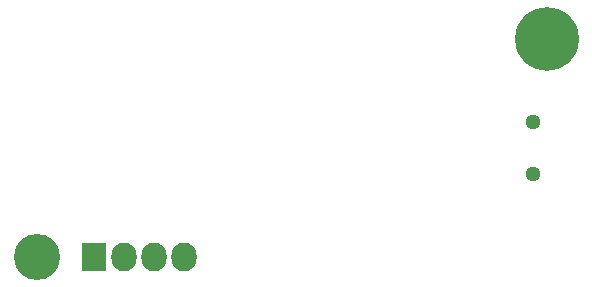
<source format=gbr>
G04 #@! TF.FileFunction,Soldermask,Bot*
%FSLAX46Y46*%
G04 Gerber Fmt 4.6, Leading zero omitted, Abs format (unit mm)*
G04 Created by KiCad (PCBNEW 4.0.4-stable) date 10/04/16 21:15:39*
%MOMM*%
%LPD*%
G01*
G04 APERTURE LIST*
%ADD10C,0.100000*%
%ADD11C,1.299160*%
%ADD12R,2.127200X2.432000*%
%ADD13O,2.127200X2.432000*%
%ADD14C,5.400000*%
%ADD15C,3.900000*%
G04 APERTURE END LIST*
D10*
D11*
X161455100Y-98211640D03*
X161455100Y-93812360D03*
D12*
X124256800Y-105257600D03*
D13*
X126796800Y-105257600D03*
X129336800Y-105257600D03*
X131876800Y-105257600D03*
D14*
X162560000Y-86766400D03*
D15*
X119430800Y-105257600D03*
M02*

</source>
